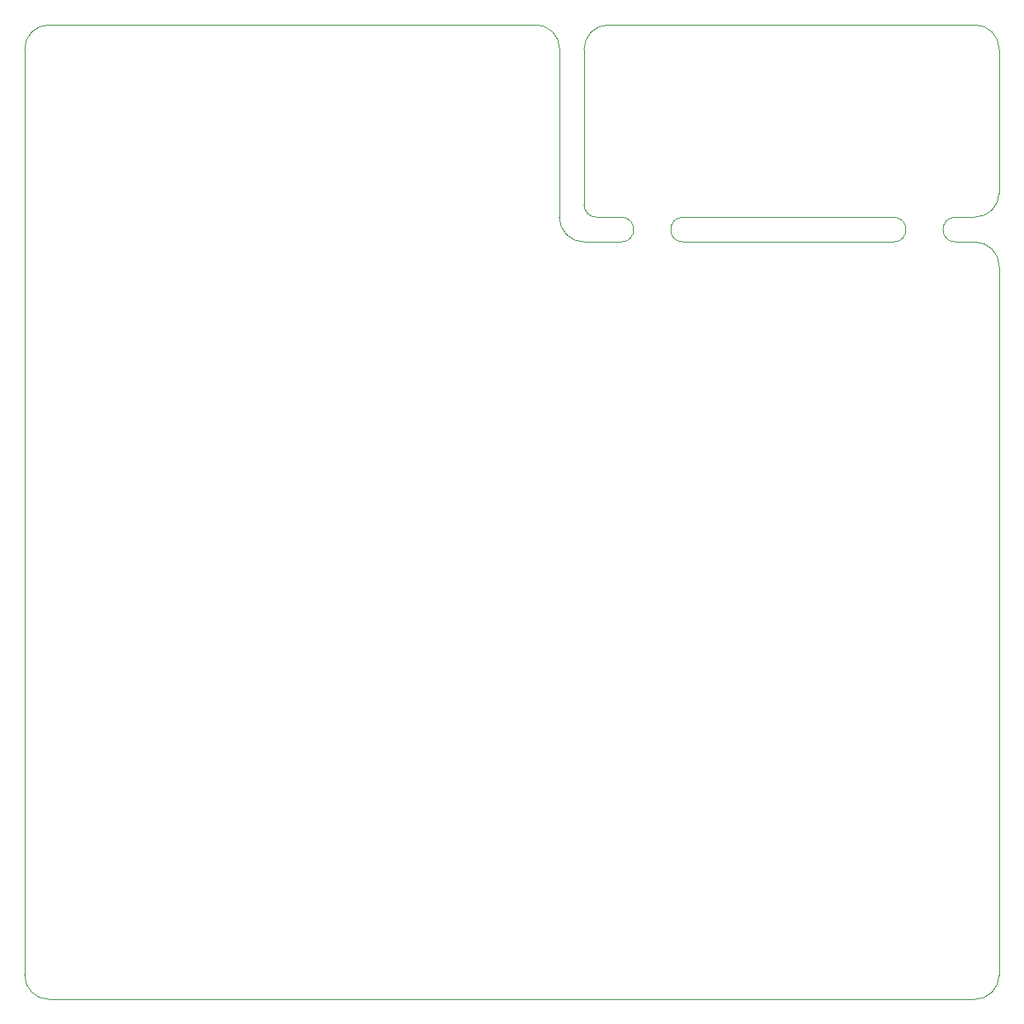
<source format=gbr>
G04 #@! TF.GenerationSoftware,KiCad,Pcbnew,(5.1.5)-3*
G04 #@! TF.CreationDate,2021-01-10T18:58:56+00:00*
G04 #@! TF.ProjectId,Ebike_Controller,4562696b-655f-4436-9f6e-74726f6c6c65,rev?*
G04 #@! TF.SameCoordinates,Original*
G04 #@! TF.FileFunction,Profile,NP*
%FSLAX46Y46*%
G04 Gerber Fmt 4.6, Leading zero omitted, Abs format (unit mm)*
G04 Created by KiCad (PCBNEW (5.1.5)-3) date 2021-01-10 18:58:56*
%MOMM*%
%LPD*%
G04 APERTURE LIST*
%ADD10C,0.050000*%
G04 APERTURE END LIST*
D10*
X102910000Y-61500000D02*
X102870000Y-78740000D01*
X100410000Y-59000000D02*
G75*
G02X102910000Y-61500000I0J-2500000D01*
G01*
X105410000Y-61500000D02*
G75*
G02X107910000Y-59000000I2500000J0D01*
G01*
X145500000Y-59000000D02*
G75*
G02X148000000Y-61500000I0J-2500000D01*
G01*
X148000000Y-76240000D02*
G75*
G02X145500000Y-78740000I-2500000J0D01*
G01*
X145500000Y-81280000D02*
G75*
G02X148000000Y-83780000I0J-2500000D01*
G01*
X148000000Y-156500000D02*
G75*
G02X145500000Y-159000000I-2500000J0D01*
G01*
X50500000Y-159000000D02*
G75*
G02X48000000Y-156500000I0J2500000D01*
G01*
X48000000Y-61500000D02*
G75*
G02X50500000Y-59000000I2500000J0D01*
G01*
X143510000Y-81280000D02*
X145500000Y-81280000D01*
X143510000Y-78740000D02*
X145500000Y-78740000D01*
X143510000Y-81280000D02*
G75*
G02X143510000Y-78740000I0J1270000D01*
G01*
X137160000Y-78740000D02*
G75*
G02X137160000Y-81280000I0J-1270000D01*
G01*
X109220000Y-78740000D02*
G75*
G02X109220000Y-81280000I0J-1270000D01*
G01*
X105410000Y-81280000D02*
X109220000Y-81280000D01*
X106680000Y-78740000D02*
X109220000Y-78740000D01*
X106680000Y-78740000D02*
G75*
G02X105410000Y-77470000I0J1270000D01*
G01*
X105410000Y-81280000D02*
G75*
G02X102870000Y-78740000I0J2540000D01*
G01*
X105410000Y-61500000D02*
X105410000Y-77470000D01*
X107910000Y-59000000D02*
X145500000Y-59000000D01*
X115570000Y-81280000D02*
X137160000Y-81280000D01*
X115570000Y-81280000D02*
G75*
G02X115570000Y-78740000I0J1270000D01*
G01*
X137160000Y-78740000D02*
X115570000Y-78740000D01*
X148000000Y-83780000D02*
X148000000Y-156500000D01*
X148000000Y-61500000D02*
X148000000Y-76240000D01*
X48000000Y-156500000D02*
X48000000Y-61500000D01*
X145500000Y-159000000D02*
X50500000Y-159000000D01*
X50500000Y-59000000D02*
X100410000Y-59000000D01*
M02*

</source>
